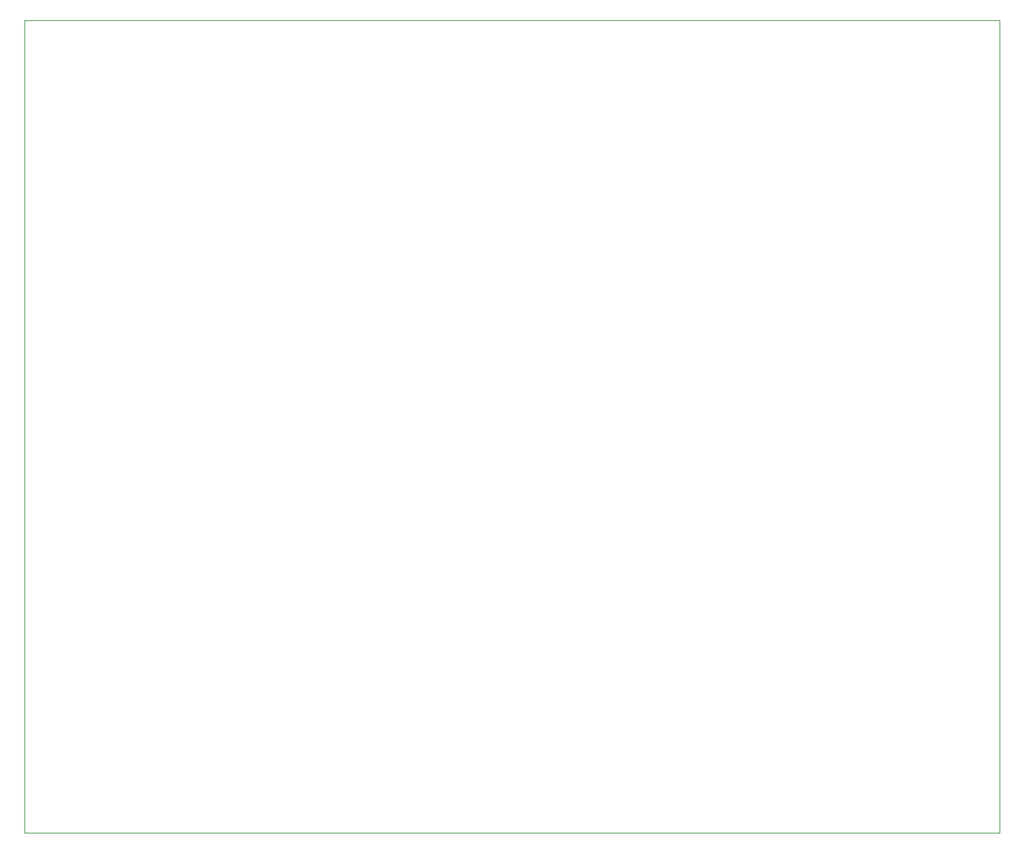
<source format=gbr>
%TF.GenerationSoftware,KiCad,Pcbnew,7.0.11-7.0.11~ubuntu22.04.1*%
%TF.CreationDate,2024-08-26T13:36:22+02:00*%
%TF.ProjectId,pcb01,70636230-312e-46b6-9963-61645f706362,rev?*%
%TF.SameCoordinates,Original*%
%TF.FileFunction,Profile,NP*%
%FSLAX46Y46*%
G04 Gerber Fmt 4.6, Leading zero omitted, Abs format (unit mm)*
G04 Created by KiCad (PCBNEW 7.0.11-7.0.11~ubuntu22.04.1) date 2024-08-26 13:36:22*
%MOMM*%
%LPD*%
G01*
G04 APERTURE LIST*
%TA.AperFunction,Profile*%
%ADD10C,0.050000*%
%TD*%
G04 APERTURE END LIST*
D10*
X21590000Y-19685000D02*
X139700000Y-19685000D01*
X139700000Y-118110000D01*
X21590000Y-118110000D01*
X21590000Y-19685000D01*
M02*

</source>
